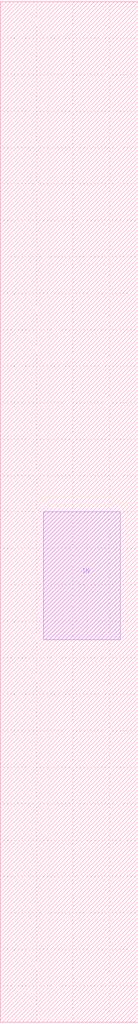
<source format=lef>
VERSION 5.6 ;
BUSBITCHARS "[]" ;
DIVIDERCHAR "/" ;

UNITS
  DATABASE MICRONS 2000 ;
END UNITS

MACRO PAD
  CLASS PAD ;
  ORIGIN 0 0 ;
  SIZE 0.19 BY 1.4 ;
  SYMMETRY X Y ;
  SITE FreePDK45_38x28_10R_NP_162NW_34O ;
  PIN IN
    DIRECTION INPUT ;
    USE SIGNAL ;
    PORT
      LAYER metal1 ;
        RECT 0.06 0.525 0.165 0.7 ;
    END
  END IN
END PAD

</source>
